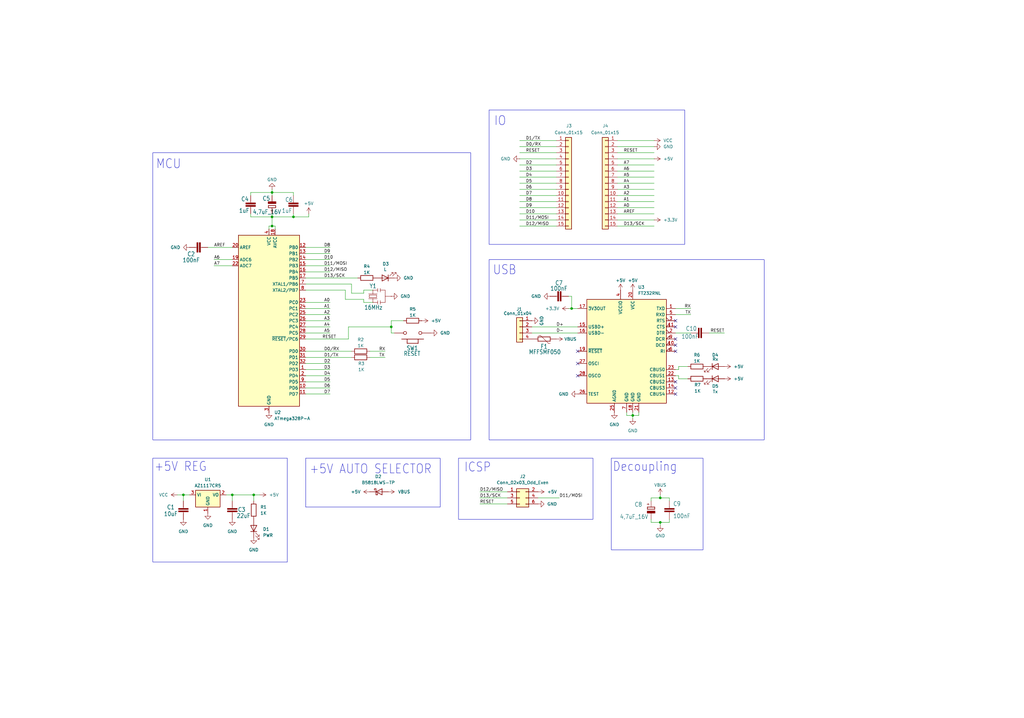
<source format=kicad_sch>
(kicad_sch (version 20231120) (generator "eeschema") (generator_version "8.0")
  (paper "User" 425.45 298.602)
  (lib_symbols
    (symbol "Connector_Generic:Conn_01x04" (pin_names (offset 1.016) hide)
      (property "Reference" "J" (at 0 5.08 0))
      (property "Value" "Conn_01x04" (at 0 -7.62 0))
      (symbol "Conn_01x04_1_1"
        (rectangle (start -1.27 -4.953) (end 0 -5.207) (stroke (width 0.1524)))
        (rectangle (start -1.27 -2.413) (end 0 -2.667) (stroke (width 0.1524)))
        (rectangle (start -1.27 0.127) (end 0 -0.127) (stroke (width 0.1524)))
        (rectangle (start -1.27 2.667) (end 0 2.413) (stroke (width 0.1524)))
        (rectangle (start -1.27 3.81) (end 1.27 -6.35) (stroke (width 0.254)) (fill (type background)))
        (pin passive line (at -5.08 2.54 0) (length 3.81) (name "Pin_1") (number "1"))
        (pin passive line (at -5.08 0 0) (length 3.81) (name "Pin_2") (number "2"))
        (pin passive line (at -5.08 -2.54 0) (length 3.81) (name "Pin_3") (number "3"))
        (pin passive line (at -5.08 -5.08 0) (length 3.81) (name "Pin_4") (number "4"))
      )
    )
    (symbol "Connector_Generic:Conn_01x15" (pin_names (offset 1.016) hide)
      (property "Reference" "J" (at 0 20.32 0))
      (property "Value" "Conn_01x15" (at 0 -20.32 0))
      (symbol "Conn_01x15_1_1"
        (rectangle (start -1.27 -17.653) (end 0 -17.907) (stroke (width 0.1524)))
        (rectangle (start -1.27 -15.113) (end 0 -15.367) (stroke (width 0.1524)))
        (rectangle (start -1.27 -12.573) (end 0 -12.827) (stroke (width 0.1524)))
        (rectangle (start -1.27 -10.033) (end 0 -10.287) (stroke (width 0.1524)))
        (rectangle (start -1.27 -7.493) (end 0 -7.747) (stroke (width 0.1524)))
        (rectangle (start -1.27 -4.953) (end 0 -5.207) (stroke (width 0.1524)))
        (rectangle (start -1.27 -2.413) (end 0 -2.667) (stroke (width 0.1524)))
        (rectangle (start -1.27 0.127) (end 0 -0.127) (stroke (width 0.1524)))
        (rectangle (start -1.27 2.667) (end 0 2.413) (stroke (width 0.1524)))
        (rectangle (start -1.27 5.207) (end 0 4.953) (stroke (width 0.1524)))
        (rectangle (start -1.27 7.747) (end 0 7.493) (stroke (width 0.1524)))
        (rectangle (start -1.27 10.287) (end 0 10.033) (stroke (width 0.1524)))
        (rectangle (start -1.27 12.827) (end 0 12.573) (stroke (width 0.1524)))
        (rectangle (start -1.27 15.367) (end 0 15.113) (stroke (width 0.1524)))
        (rectangle (start -1.27 17.907) (end 0 17.653) (stroke (width 0.1524)))
        (rectangle (start -1.27 19.05) (end 1.27 -19.05) (stroke (width 0.254)) (fill (type background)))
        (pin passive line (at -5.08 17.78 0) (length 3.81) (name "Pin_1") (number "1"))
        (pin passive line (at -5.08 -5.08 0) (length 3.81) (name "Pin_10") (number "10"))
        (pin passive line (at -5.08 -7.62 0) (length 3.81) (name "Pin_11") (number "11"))
        (pin passive line (at -5.08 -10.16 0) (length 3.81) (name "Pin_12") (number "12"))
        (pin passive line (at -5.08 -12.7 0) (length 3.81) (name "Pin_13") (number "13"))
        (pin passive line (at -5.08 -15.24 0) (length 3.81) (name "Pin_14") (number "14"))
        (pin passive line (at -5.08 -17.78 0) (length 3.81) (name "Pin_15") (number "15"))
        (pin passive line (at -5.08 15.24 0) (length 3.81) (name "Pin_2") (number "2"))
        (pin passive line (at -5.08 12.7 0) (length 3.81) (name "Pin_3") (number "3"))
        (pin passive line (at -5.08 10.16 0) (length 3.81) (name "Pin_4") (number "4"))
        (pin passive line (at -5.08 7.62 0) (length 3.81) (name "Pin_5") (number "5"))
        (pin passive line (at -5.08 5.08 0) (length 3.81) (name "Pin_6") (number "6"))
        (pin passive line (at -5.08 2.54 0) (length 3.81) (name "Pin_7") (number "7"))
        (pin passive line (at -5.08 0 0) (length 3.81) (name "Pin_8") (number "8"))
        (pin passive line (at -5.08 -2.54 0) (length 3.81) (name "Pin_9") (number "9"))
      )
    )
    (symbol "Connector_Generic:Conn_02x03_Odd_Even" (pin_names (offset 1.016) hide)
      (property "Reference" "J" (at 1.27 5.08 0))
      (property "Value" "Conn_02x03_Odd_Even" (at 1.27 -5.08 0))
      (symbol "Conn_02x03_Odd_Even_1_1"
        (rectangle (start -1.27 -2.413) (end 0 -2.667) (stroke (width 0.1524)))
        (rectangle (start -1.27 0.127) (end 0 -0.127) (stroke (width 0.1524)))
        (rectangle (start -1.27 2.667) (end 0 2.413) (stroke (width 0.1524)))
        (rectangle (start -1.27 3.81) (end 3.81 -3.81) (stroke (width 0.254)) (fill (type background)))
        (rectangle (start 3.81 -2.413) (end 2.54 -2.667) (stroke (width 0.1524)))
        (rectangle (start 3.81 0.127) (end 2.54 -0.127) (stroke (width 0.1524)))
        (rectangle (start 3.81 2.667) (end 2.54 2.413) (stroke (width 0.1524)))
        (pin passive line (at -5.08 2.54 0) (length 3.81) (name "Pin_1") (number "1"))
        (pin passive line (at 7.62 2.54 180) (length 3.81) (name "Pin_2") (number "2"))
        (pin passive line (at -5.08 0 0) (length 3.81) (name "Pin_3") (number "3"))
        (pin passive line (at 7.62 0 180) (length 3.81) (name "Pin_4") (number "4"))
        (pin passive line (at -5.08 -2.54 0) (length 3.81) (name "Pin_5") (number "5"))
        (pin passive line (at 7.62 -2.54 180) (length 3.81) (name "Pin_6") (number "6"))
      )
    )
    (symbol "Device:D_Schottky" (pin_numbers hide) (pin_names (offset 1.016) hide)
      (property "Reference" "D" (at 0 2.54 0))
      (property "Value" "D_Schottky" (at 0 -2.54 0))
      (symbol "D_Schottky_0_1"
        (polyline (pts (xy 1.27 0) (xy -1.27 0)))
        (polyline (pts (xy 1.27 1.27) (xy 1.27 -1.27) (xy -1.27 0) (xy 1.27 1.27)) (stroke (width 0.254)))
        (polyline (pts (xy -1.905 0.635) (xy -1.905 1.27) (xy -1.27 1.27) (xy -1.27 -1.27) (xy -0.635 -1.27) (xy -0.635 -0.635)) (stroke (width 0.254)))
      )
      (symbol "D_Schottky_1_1"
        (pin passive line (at -3.81 0 0) (length 2.54) (name "K") (number "1"))
        (pin passive line (at 3.81 0 180) (length 2.54) (name "A") (number "2"))
      )
    )
    (symbol "Device:LED" (pin_numbers hide) (pin_names (offset 1.016) hide)
      (property "Reference" "D" (at 0 2.54 0))
      (property "Value" "LED" (at 0 -2.54 0))
      (symbol "LED_0_1"
        (polyline (pts (xy -1.27 -1.27) (xy -1.27 1.27)) (stroke (width 0.254)))
        (polyline (pts (xy -1.27 0) (xy 1.27 0)))
        (polyline (pts (xy 1.27 -1.27) (xy 1.27 1.27) (xy -1.27 0) (xy 1.27 -1.27)) (stroke (width 0.254)))
        (polyline (pts (xy -3.048 -0.762) (xy -4.572 -2.286) (xy -3.81 -2.286) (xy -4.572 -2.286) (xy -4.572 -1.524)))
        (polyline (pts (xy -1.778 -0.762) (xy -3.302 -2.286) (xy -2.54 -2.286) (xy -3.302 -2.286) (xy -3.302 -1.524)))
      )
      (symbol "LED_1_1"
        (pin passive line (at -3.81 0 0) (length 2.54) (name "K") (number "1"))
        (pin passive line (at 3.81 0 180) (length 2.54) (name "A") (number "2"))
      )
    )
    (symbol "Device:R" (pin_numbers hide) (pin_names (offset 0))
      (property "Reference" "R" (at 2.032 0 90))
      (property "Value" "R" (at 0 0 90))
      (symbol "R_0_1"
        (rectangle (start -1.016 -2.54) (end 1.016 2.54) (stroke (width 0.254)))
      )
      (symbol "R_1_1"
        (pin passive line (at 0 3.81 270) (length 1.27) (name "~") (number "1"))
        (pin passive line (at 0 -3.81 90) (length 1.27) (name "~") (number "2"))
      )
    )
    (symbol "Interface_USB:FT232RL"
      (property "Reference" "U" (at -16.51 22.86 0))
      (property "Value" "FT232RL" (at 10.16 22.86 0))
      (symbol "FT232RL_0_1"
        (rectangle (start -16.51 21.59) (end 16.51 -21.59) (stroke (width 0.254)) (fill (type background)))
      )
      (symbol "FT232RL_1_1"
        (pin output line (at 20.32 17.78 180) (length 3.81) (name "TXD") (number "1"))
        (pin input input_low (at 20.32 2.54 180) (length 3.81) (name "DCD") (number "10"))
        (pin input input_low (at 20.32 10.16 180) (length 3.81) (name "CTS") (number "11"))
        (pin bidirectional line (at 20.32 -17.78 180) (length 3.81) (name "CBUS4") (number "12"))
        (pin bidirectional line (at 20.32 -12.7 180) (length 3.81) (name "CBUS2") (number "13"))
        (pin bidirectional line (at 20.32 -15.24 180) (length 3.81) (name "CBUS3") (number "14"))
        (pin bidirectional line (at -20.32 10.16 0) (length 3.81) (name "USBD+") (number "15"))
        (pin bidirectional line (at -20.32 7.62 0) (length 3.81) (name "USBD-") (number "16"))
        (pin power_out line (at -20.32 17.78 0) (length 3.81) (name "3V3OUT") (number "17"))
        (pin power_in line (at 2.54 -25.4 90) (length 3.81) (name "GND") (number "18"))
        (pin input line (at -20.32 0 0) (length 3.81) (name "~{RESET}") (number "19"))
        (pin output output_low (at 20.32 7.62 180) (length 3.81) (name "DTR") (number "2"))
        (pin power_in line (at 2.54 25.4 270) (length 3.81) (name "VCC") (number "20"))
        (pin power_in line (at 5.08 -25.4 90) (length 3.81) (name "GND") (number "21"))
        (pin bidirectional line (at 20.32 -10.16 180) (length 3.81) (name "CBUS1") (number "22"))
        (pin bidirectional line (at 20.32 -7.62 180) (length 3.81) (name "CBUS0") (number "23"))
        (pin power_in line (at -5.08 -25.4 90) (length 3.81) (name "AGND") (number "25"))
        (pin input line (at -20.32 -17.78 0) (length 3.81) (name "TEST") (number "26"))
        (pin input line (at -20.32 -5.08 0) (length 3.81) (name "OSCI") (number "27"))
        (pin output line (at -20.32 -10.16 0) (length 3.81) (name "OSCO") (number "28"))
        (pin output output_low (at 20.32 12.7 180) (length 3.81) (name "RTS") (number "3"))
        (pin power_in line (at -2.54 25.4 270) (length 3.81) (name "VCCIO") (number "4"))
        (pin input line (at 20.32 15.24 180) (length 3.81) (name "RXD") (number "5"))
        (pin input input_low (at 20.32 0 180) (length 3.81) (name "RI") (number "6"))
        (pin power_in line (at 0 -25.4 90) (length 3.81) (name "GND") (number "7"))
        (pin input input_low (at 20.32 5.08 180) (length 3.81) (name "DCR") (number "9"))
      )
    )
    (symbol "MCU_Microchip_ATmega:ATmega328P-A"
      (property "Reference" "U" (at -12.7 36.83 0))
      (property "Value" "ATmega328P-A" (at 2.54 -36.83 0))
      (symbol "ATmega328P-A_0_1"
        (rectangle (start -12.7 -35.56) (end 12.7 35.56) (stroke (width 0.254)) (fill (type background)))
      )
      (symbol "ATmega328P-A_1_1"
        (pin bidirectional line (at 15.24 -20.32 180) (length 2.54) (name "PD3") (number "1"))
        (pin bidirectional line (at 15.24 -27.94 180) (length 2.54) (name "PD6") (number "10"))
        (pin bidirectional line (at 15.24 -30.48 180) (length 2.54) (name "PD7") (number "11"))
        (pin bidirectional line (at 15.24 30.48 180) (length 2.54) (name "PB0") (number "12"))
        (pin bidirectional line (at 15.24 27.94 180) (length 2.54) (name "PB1") (number "13"))
        (pin bidirectional line (at 15.24 25.4 180) (length 2.54) (name "PB2") (number "14"))
        (pin bidirectional line (at 15.24 22.86 180) (length 2.54) (name "PB3") (number "15"))
        (pin bidirectional line (at 15.24 20.32 180) (length 2.54) (name "PB4") (number "16"))
        (pin bidirectional line (at 15.24 17.78 180) (length 2.54) (name "PB5") (number "17"))
        (pin power_in line (at 2.54 38.1 270) (length 2.54) (name "AVCC") (number "18"))
        (pin input line (at -15.24 25.4 0) (length 2.54) (name "ADC6") (number "19"))
        (pin bidirectional line (at 15.24 -22.86 180) (length 2.54) (name "PD4") (number "2"))
        (pin passive line (at -15.24 30.48 0) (length 2.54) (name "AREF") (number "20"))
        (pin passive line (at 0 -38.1 90) (length 2.54) hide (name "GND") (number "21"))
        (pin input line (at -15.24 22.86 0) (length 2.54) (name "ADC7") (number "22"))
        (pin bidirectional line (at 15.24 7.62 180) (length 2.54) (name "PC0") (number "23"))
        (pin bidirectional line (at 15.24 5.08 180) (length 2.54) (name "PC1") (number "24"))
        (pin bidirectional line (at 15.24 2.54 180) (length 2.54) (name "PC2") (number "25"))
        (pin bidirectional line (at 15.24 0 180) (length 2.54) (name "PC3") (number "26"))
        (pin bidirectional line (at 15.24 -2.54 180) (length 2.54) (name "PC4") (number "27"))
        (pin bidirectional line (at 15.24 -5.08 180) (length 2.54) (name "PC5") (number "28"))
        (pin bidirectional line (at 15.24 -7.62 180) (length 2.54) (name "~{RESET}/PC6") (number "29"))
        (pin power_in line (at 0 -38.1 90) (length 2.54) (name "GND") (number "3"))
        (pin bidirectional line (at 15.24 -12.7 180) (length 2.54) (name "PD0") (number "30"))
        (pin bidirectional line (at 15.24 -15.24 180) (length 2.54) (name "PD1") (number "31"))
        (pin bidirectional line (at 15.24 -17.78 180) (length 2.54) (name "PD2") (number "32"))
        (pin power_in line (at 0 38.1 270) (length 2.54) (name "VCC") (number "4"))
        (pin passive line (at 0 -38.1 90) (length 2.54) hide (name "GND") (number "5"))
        (pin passive line (at 0 38.1 270) (length 2.54) hide (name "VCC") (number "6"))
        (pin bidirectional line (at 15.24 15.24 180) (length 2.54) (name "XTAL1/PB6") (number "7"))
        (pin bidirectional line (at 15.24 12.7 180) (length 2.54) (name "XTAL2/PB7") (number "8"))
        (pin bidirectional line (at 15.24 -25.4 180) (length 2.54) (name "PD5") (number "9"))
      )
    )
    (symbol "NanoV33-eagle-import:0006_1UF_0603/GRM188R61E105KA12D"
      (property "Reference" "C" (at 1.524 0.381 0))
      (symbol "0006_1UF_0603/GRM188R61E105KA12D_1_0"
        (rectangle (start -2.032 -2.032) (end 2.032 -1.524) (fill (type outline)))
        (rectangle (start -2.032 -1.016) (end 2.032 -0.508) (fill (type outline)))
        (polyline (pts (xy 0 -2.54) (xy 0 -2.032)) (stroke (width 0.1524)))
        (polyline (pts (xy 0 0) (xy 0 -0.508)) (stroke (width 0.1524)))
        (pin passive line (at 0 2.54 270) (length 2.54) (name "1") (number "1"))
        (pin passive line (at 0 -5.08 90) (length 2.54) (name "2") (number "2"))
      )
    )
    (symbol "NanoV33-eagle-import:0011_CSTCE16M0V53-R0"
      (property "Reference" "X" (at -5.08 4.572 0))
      (symbol "0011_CSTCE16M0V53-R0_1_0"
        (polyline (pts (xy -5.08 -2.54) (xy -3.048 -2.54)) (stroke (width 0.1524)))
        (polyline (pts (xy -5.08 0) (xy -7.62 0)) (stroke (width 0.1524)))
        (polyline (pts (xy -5.08 0) (xy -5.08 -2.54)) (stroke (width 0.1524)))
        (polyline (pts (xy -5.08 2.54) (xy -5.08 0)) (stroke (width 0.1524)))
        (polyline (pts (xy -3.048 -2.54) (xy -3.048 -3.302)) (stroke (width 0.1524)))
        (polyline (pts (xy -3.048 -1.778) (xy -3.048 -2.54)) (stroke (width 0.1524)))
        (polyline (pts (xy -3.048 2.54) (xy -5.08 2.54)) (stroke (width 0.1524)))
        (polyline (pts (xy -3.048 2.54) (xy -3.048 1.778)) (stroke (width 0.1524)))
        (polyline (pts (xy -3.048 3.302) (xy -3.048 2.54)) (stroke (width 0.1524)))
        (polyline (pts (xy -2.032 -1.778) (xy -2.032 -3.302)) (stroke (width 0.1524)))
        (polyline (pts (xy -2.032 3.302) (xy -2.032 1.778)) (stroke (width 0.1524)))
        (polyline (pts (xy -1.778 -1.016) (xy 0 -1.016)) (stroke (width 0.1524)))
        (polyline (pts (xy -1.778 1.016) (xy 0 1.016)) (stroke (width 0.1524)))
        (polyline (pts (xy -1.524 -0.508) (xy 1.524 -0.508)) (stroke (width 0.1524)))
        (polyline (pts (xy -1.524 0.508) (xy -1.524 -0.508)) (stroke (width 0.1524)))
        (polyline (pts (xy 0 -2.54) (xy -2.032 -2.54)) (stroke (width 0.1524)))
        (polyline (pts (xy 0 -1.016) (xy 0 -2.54)) (stroke (width 0.1524)))
        (polyline (pts (xy 0 -1.016) (xy 1.778 -1.016)) (stroke (width 0.1524)))
        (polyline (pts (xy 0 1.016) (xy 0 2.54)) (stroke (width 0.1524)))
        (polyline (pts (xy 0 1.016) (xy 1.778 1.016)) (stroke (width 0.1524)))
        (polyline (pts (xy 0 2.54) (xy -2.032 2.54)) (stroke (width 0.1524)))
        (polyline (pts (xy 1.524 -0.508) (xy 1.524 0.508)) (stroke (width 0.1524)))
        (polyline (pts (xy 1.524 0.508) (xy -1.524 0.508)) (stroke (width 0.1524)))
        (pin passive line (at 0 2.54 180) (length 0) (name "1") (number "1"))
        (pin passive line (at -7.62 0 0) (length 0) (name "2") (number "2"))
        (pin passive line (at 0 -2.54 180) (length 0) (name "3") (number "3"))
      )
    )
    (symbol "NanoV33-eagle-import:0015_100NF_0603"
      (property "Reference" "C" (at 1.524 0.381 0))
      (symbol "0015_100NF_0603_1_0"
        (rectangle (start -2.032 -2.032) (end 2.032 -1.524) (fill (type outline)))
        (rectangle (start -2.032 -1.016) (end 2.032 -0.508) (fill (type outline)))
        (polyline (pts (xy 0 -2.54) (xy 0 -2.032)) (stroke (width 0.1524)))
        (polyline (pts (xy 0 0) (xy 0 -0.508)) (stroke (width 0.1524)))
        (pin passive line (at 0 2.54 270) (length 2.54) (name "1") (number "1"))
        (pin passive line (at 0 -5.08 90) (length 2.54) (name "2") (number "2"))
      )
    )
    (symbol "NanoV33-eagle-import:0173_IT-1185AP1C-160G-G_T&R"
      (property "Reference" "PB" (at -8.636 4.826 0))
      (symbol "0173_IT-1185AP1C-160G-G_T&R_1_0"
        (polyline (pts (xy -4.572 2.54) (xy -2.286 2.54)) (stroke (width 0.254)))
        (polyline (pts (xy -2.286 2.54) (xy -2.286 4.318)) (stroke (width 0.254)))
        (polyline (pts (xy -2.286 2.54) (xy 2.286 2.54)) (stroke (width 0.254)))
        (polyline (pts (xy -2.286 4.318) (xy 2.286 4.318)) (stroke (width 0.254)))
        (polyline (pts (xy 2.286 2.54) (xy 4.572 2.54)) (stroke (width 0.254)))
        (polyline (pts (xy 2.286 4.318) (xy 2.286 2.54)) (stroke (width 0.254)))
        (pin passive inverted (at -7.62 0 0) (length 5.08) (name "1") (number "1"))
        (pin passive inverted (at 7.62 0 180) (length 5.08) (name "2") (number "2"))
      )
    )
    (symbol "NanoV33-eagle-import:0833_TAJA475MO16RNJ"
      (property "Reference" "C" (at 1.143 0.4826 0))
      (symbol "0833_TAJA475MO16RNJ_1_0"
        (rectangle (start -1.651 -2.54) (end 1.651 -1.651) (fill (type outline)))
        (polyline (pts (xy -1.524 -0.889) (xy 1.524 -0.889)) (stroke (width 0.254)))
        (polyline (pts (xy -1.524 0) (xy -1.524 -0.889)) (stroke (width 0.254)))
        (polyline (pts (xy -1.524 0) (xy 1.524 0)) (stroke (width 0.254)))
        (polyline (pts (xy 1.524 -0.889) (xy 1.524 0)) (stroke (width 0.254)))
        (text "+" (at -0.5842 0.4064 900) (effects (font (size 1.27 1.0795)) (justify left bottom)))
        (pin passive line (at 0 2.54 270) (length 2.54) (name "+") (number "1"))
        (pin passive line (at 0 -5.08 90) (length 2.54) (name "-") (number "2"))
      )
    )
    (symbol "NanoV33-eagle-import:PTC"
      (property "Reference" "F" (at 2.54 0.2286 0))
      (symbol "PTC_1_0"
        (polyline (pts (xy -1.778 -1.778) (xy -1.778 -2.54)) (stroke (width 0.1524)))
        (polyline (pts (xy -0.889 2.54) (xy -0.889 -2.54)) (stroke (width 0.254)))
        (polyline (pts (xy 0.889 -2.54) (xy -0.889 -2.54)) (stroke (width 0.254)))
        (polyline (pts (xy 0.889 -2.54) (xy 0.889 2.54)) (stroke (width 0.254)))
        (polyline (pts (xy 0.889 2.54) (xy -0.889 2.54)) (stroke (width 0.254)))
        (polyline (pts (xy 1.524 1.524) (xy -1.778 -1.778)) (stroke (width 0.1524)))
        (polyline (pts (xy 1.524 2.286) (xy 1.524 1.524)) (stroke (width 0.1524)))
        (pin passive line (at 0 -5.08 90) (length 2.54) (name "1") (number "1"))
        (pin passive line (at 0 5.08 270) (length 2.54) (name "2") (number "2"))
      )
    )
    (symbol "Regulator_Linear:LM1117MP-5.0"
      (property "Reference" "U" (at -3.81 3.175 0))
      (property "Value" "LM1117MP-5.0" (at 0 3.175 0))
      (symbol "LM1117MP-5.0_0_1"
        (rectangle (start -5.08 -5.08) (end 5.08 1.905) (stroke (width 0.254)) (fill (type background)))
      )
      (symbol "LM1117MP-5.0_1_1"
        (pin power_in line (at 0 -7.62 90) (length 2.54) (name "GND") (number "1"))
        (pin power_out line (at 7.62 0 180) (length 2.54) (name "VO") (number "2"))
        (pin power_in line (at -7.62 0 0) (length 2.54) (name "VI") (number "3"))
      )
    )
    (symbol "power:+3.3V" (power) (pin_numbers hide) (pin_names (offset 0) hide)
      (property "Value" "+3.3V" (at 0 3.556 0))
      (symbol "+3.3V_0_1"
        (polyline (pts (xy -0.762 1.27) (xy 0 2.54)))
        (polyline (pts (xy 0 0) (xy 0 2.54)))
        (polyline (pts (xy 0 2.54) (xy 0.762 1.27)))
      )
      (symbol "+3.3V_1_1"
        (pin power_in line (at 0 0 90) (length 0) (name "~") (number "1"))
      )
    )
    (symbol "power:+5V" (power) (pin_numbers hide) (pin_names (offset 0) hide)
      (property "Value" "+5V" (at 0 3.556 0))
      (symbol "+5V_0_1"
        (polyline (pts (xy -0.762 1.27) (xy 0 2.54)))
        (polyline (pts (xy 0 0) (xy 0 2.54)))
        (polyline (pts (xy 0 2.54) (xy 0.762 1.27)))
      )
      (symbol "+5V_1_1"
        (pin power_in line (at 0 0 90) (length 0) (name "~") (number "1"))
      )
    )
    (symbol "power:GND" (power) (pin_numbers hide) (pin_names (offset 0) hide)
      (property "Value" "GND" (at 0 -3.81 0))
      (symbol "GND_0_1"
        (polyline (pts (xy 0 0) (xy 0 -1.27) (xy 1.27 -1.27) (xy 0 -2.54) (xy -1.27 -1.27) (xy 0 -1.27)))
      )
      (symbol "GND_1_1"
        (pin power_in line (at 0 0 270) (length 0) (name "~") (number "1"))
      )
    )
    (symbol "power:VBUS" (power) (pin_numbers hide) (pin_names (offset 0) hide)
      (property "Value" "VBUS" (at 0 3.556 0))
      (symbol "VBUS_0_1"
        (polyline (pts (xy -0.762 1.27) (xy 0 2.54)))
        (polyline (pts (xy 0 0) (xy 0 2.54)))
        (polyline (pts (xy 0 2.54) (xy 0.762 1.27)))
      )
      (symbol "VBUS_1_1"
        (pin power_in line (at 0 0 90) (length 0) (name "~") (number "1"))
      )
    )
    (symbol "power:VCC" (power) (pin_numbers hide) (pin_names (offset 0) hide)
      (property "Value" "VCC" (at 0 3.556 0))
      (symbol "VCC_0_1"
        (polyline (pts (xy -0.762 1.27) (xy 0 2.54)))
        (polyline (pts (xy 0 0) (xy 0 2.54)))
        (polyline (pts (xy 0 2.54) (xy 0.762 1.27)))
      )
      (symbol "VCC_1_1"
        (pin power_in line (at 0 0 90) (length 0) (name "~") (number "1"))
      )
    )
  )
  (junction (at 113.03 80.01))
  (junction (at 113.03 93.98))
  (junction (at 262.89 172.72))
  (junction (at 96.52 205.74))
  (junction (at 76.2 205.74))
  (junction (at 274.32 217.17))
  (junction (at 162.56 135.89))
  (junction (at 113.03 90.17))
  (junction (at 237.49 128.27))
  (junction (at 105.41 205.74))
  (junction (at 121.92 90.17))
  (junction (at 274.32 207.01))
  (no_connect (at 280.67 163.83))
  (no_connect (at 280.67 140.97))
  (no_connect (at 280.67 161.29))
  (no_connect (at 280.67 135.89))
  (no_connect (at 280.67 158.75))
  (no_connect (at 280.67 143.51))
  (no_connect (at 240.03 151.13))
  (no_connect (at 240.03 146.05))
  (no_connect (at 280.67 146.05))
  (no_connect (at 280.67 133.35))
  (no_connect (at 240.03 156.21))
  (wire (pts (xy 215.9 76.2) (xy 231.14 76.2)) (stroke (width 0.1524)))
  (wire (pts (xy 111.76 93.98) (xy 113.03 93.98)))
  (wire (pts (xy 162.56 133.35) (xy 167.64 133.35)))
  (wire (pts (xy 256.54 93.98) (xy 271.78 93.98)) (stroke (width 0.1524)))
  (wire (pts (xy 220.98 135.89) (xy 240.03 135.89)))
  (wire (pts (xy 215.9 58.42) (xy 231.14 58.42)) (stroke (width 0.1524)))
  (wire (pts (xy 127 125.73) (xy 137.16 125.73)) (stroke (width 0.1524)))
  (wire (pts (xy 256.54 86.36) (xy 271.78 86.36)) (stroke (width 0.1524)))
  (wire (pts (xy 300.99 138.43) (xy 294.64 138.43)))
  (wire (pts (xy 278.13 215.9) (xy 278.13 217.17)))
  (wire (pts (xy 128.27 88.9) (xy 128.27 90.17)))
  (wire (pts (xy 153.67 148.59) (xy 160.02 148.59)))
  (wire (pts (xy 271.78 58.42) (xy 256.54 58.42)) (stroke (width 0.1524)))
  (wire (pts (xy 111.76 95.25) (xy 111.76 93.98)))
  (wire (pts (xy 270.51 217.17) (xy 274.32 217.17)))
  (wire (pts (xy 154.94 120.65) (xy 151.13 120.65)))
  (wire (pts (xy 215.9 83.82) (xy 231.14 83.82)) (stroke (width 0.1524)))
  (wire (pts (xy 143.51 124.46) (xy 143.51 120.65)))
  (wire (pts (xy 281.94 152.4) (xy 281.94 153.67)))
  (wire (pts (xy 127 153.67) (xy 137.16 153.67)) (stroke (width 0.1524)))
  (wire (pts (xy 256.54 60.96) (xy 271.78 60.96)) (stroke (width 0.1524)))
  (wire (pts (xy 128.27 90.17) (xy 121.92 90.17)))
  (wire (pts (xy 93.98 205.74) (xy 96.52 205.74)))
  (wire (pts (xy 127 156.21) (xy 137.16 156.21)) (stroke (width 0.1524)))
  (wire (pts (xy 127 163.83) (xy 137.16 163.83)) (stroke (width 0.1524)))
  (wire (pts (xy 151.13 124.46) (xy 151.13 125.73)))
  (wire (pts (xy 146.05 118.11) (xy 146.05 121.92)))
  (wire (pts (xy 215.9 60.96) (xy 231.14 60.96)) (stroke (width 0.1524)))
  (wire (pts (xy 262.89 172.72) (xy 262.89 173.99)))
  (wire (pts (xy 107.95 205.74) (xy 105.41 205.74)) (stroke (width 0.1524)))
  (wire (pts (xy 262.89 171.45) (xy 262.89 172.72)))
  (wire (pts (xy 127 105.41) (xy 137.16 105.41)) (stroke (width 0.1524)))
  (wire (pts (xy 76.2 205.74) (xy 78.74 205.74)))
  (wire (pts (xy 274.32 207.01) (xy 278.13 207.01)) (stroke (width 0.1524)))
  (wire (pts (xy 144.78 135.89) (xy 162.56 135.89)) (stroke (width 0.1524)))
  (wire (pts (xy 127 115.57) (xy 140.97 115.57)) (stroke (width 0.1524)))
  (wire (pts (xy 127 128.27) (xy 137.16 128.27)) (stroke (width 0.1524)))
  (wire (pts (xy 76.2 208.28) (xy 76.2 205.74)))
  (wire (pts (xy 127 130.81) (xy 137.16 130.81)) (stroke (width 0.1524)))
  (wire (pts (xy 280.67 153.67) (xy 281.94 153.67)))
  (wire (pts (xy 127 148.59) (xy 146.05 148.59)))
  (wire (pts (xy 113.03 88.9) (xy 113.03 90.17)) (stroke (width 0.1524)))
  (wire (pts (xy 113.03 93.98) (xy 114.3 93.98)))
  (wire (pts (xy 271.78 81.28) (xy 256.54 81.28)) (stroke (width 0.1524)))
  (wire (pts (xy 274.32 217.17) (xy 274.32 218.44)))
  (wire (pts (xy 127 102.87) (xy 137.16 102.87)) (stroke (width 0.1524)))
  (wire (pts (xy 144.78 140.97) (xy 127 140.97)) (stroke (width 0.1524)))
  (wire (pts (xy 231.14 81.28) (xy 215.9 81.28)) (stroke (width 0.1524)))
  (wire (pts (xy 278.13 207.01) (xy 278.13 208.28)))
  (wire (pts (xy 215.9 71.12) (xy 231.14 71.12)) (stroke (width 0.1524)))
  (wire (pts (xy 86.36 102.87) (xy 96.52 102.87)))
  (wire (pts (xy 270.51 207.01) (xy 270.51 208.28)))
  (wire (pts (xy 270.51 215.9) (xy 270.51 217.17)))
  (wire (pts (xy 281.94 157.48) (xy 285.75 157.48)))
  (wire (pts (xy 140.97 115.57) (xy 148.59 115.57)))
  (wire (pts (xy 127 113.03) (xy 137.16 113.03)) (stroke (width 0.1524)))
  (wire (pts (xy 215.9 88.9) (xy 231.14 88.9)) (stroke (width 0.1524)))
  (wire (pts (xy 114.3 93.98) (xy 114.3 95.25)))
  (wire (pts (xy 88.9 107.95) (xy 96.52 107.95)))
  (wire (pts (xy 256.54 66.04) (xy 271.78 66.04)) (stroke (width 0.1524)))
  (wire (pts (xy 256.54 83.82) (xy 271.78 83.82)) (stroke (width 0.1524)))
  (wire (pts (xy 260.35 171.45) (xy 260.35 172.72)))
  (wire (pts (xy 215.9 93.98) (xy 231.14 93.98)) (stroke (width 0.1524)))
  (wire (pts (xy 215.9 68.58) (xy 231.14 68.58)) (stroke (width 0.1524)))
  (wire (pts (xy 265.43 172.72) (xy 262.89 172.72)))
  (wire (pts (xy 113.03 81.28) (xy 113.03 80.01)) (stroke (width 0.1524)))
  (wire (pts (xy 215.9 73.66) (xy 231.14 73.66)) (stroke (width 0.1524)))
  (wire (pts (xy 127 161.29) (xy 137.16 161.29)) (stroke (width 0.1524)))
  (wire (pts (xy 121.92 81.28) (xy 121.92 80.01)))
  (wire (pts (xy 270.51 207.01) (xy 274.32 207.01)) (stroke (width 0.1524)))
  (wire (pts (xy 236.22 128.27) (xy 237.49 128.27)))
  (wire (pts (xy 233.68 138.43) (xy 220.98 138.43)) (stroke (width 0.1524)))
  (wire (pts (xy 223.52 207.01) (xy 232.41 207.01)))
  (wire (pts (xy 260.35 172.72) (xy 262.89 172.72)))
  (wire (pts (xy 162.56 135.89) (xy 162.56 138.43)))
  (wire (pts (xy 162.56 138.43) (xy 163.83 138.43)))
  (wire (pts (xy 127 158.75) (xy 137.16 158.75)) (stroke (width 0.1524)))
  (wire (pts (xy 113.03 80.01) (xy 113.03 78.74)) (stroke (width 0.1524)))
  (wire (pts (xy 256.54 73.66) (xy 271.78 73.66)) (stroke (width 0.1524)))
  (wire (pts (xy 287.02 130.81) (xy 280.67 130.81)))
  (wire (pts (xy 281.94 157.48) (xy 281.94 156.21)))
  (wire (pts (xy 146.05 121.92) (xy 151.13 121.92)))
  (wire (pts (xy 287.02 128.27) (xy 280.67 128.27)))
  (wire (pts (xy 113.03 90.17) (xy 104.14 90.17)))
  (wire (pts (xy 154.94 125.73) (xy 151.13 125.73)))
  (wire (pts (xy 237.49 128.27) (xy 240.03 128.27)))
  (wire (pts (xy 121.92 80.01) (xy 113.03 80.01)))
  (wire (pts (xy 280.67 156.21) (xy 281.94 156.21)))
  (wire (pts (xy 144.78 140.97) (xy 144.78 135.89)) (stroke (width 0.1524)))
  (wire (pts (xy 96.52 208.28) (xy 96.52 205.74)) (stroke (width 0.1524)))
  (wire (pts (xy 105.41 205.74) (xy 105.41 208.28)))
  (wire (pts (xy 113.03 90.17) (xy 113.03 93.98)) (stroke (width 0.1524)))
  (wire (pts (xy 73.66 205.74) (xy 76.2 205.74)))
  (wire (pts (xy 127 138.43) (xy 137.16 138.43)) (stroke (width 0.1524)))
  (wire (pts (xy 265.43 171.45) (xy 265.43 172.72)))
  (wire (pts (xy 104.14 81.28) (xy 104.14 80.01)))
  (wire (pts (xy 256.54 91.44) (xy 271.78 91.44)) (stroke (width 0.1524)))
  (wire (pts (xy 256.54 78.74) (xy 271.78 78.74)) (stroke (width 0.1524)))
  (wire (pts (xy 237.49 123.19) (xy 237.49 128.27)))
  (wire (pts (xy 256.54 76.2) (xy 271.78 76.2)) (stroke (width 0.1524)))
  (wire (pts (xy 215.9 91.44) (xy 231.14 91.44)) (stroke (width 0.1524)))
  (wire (pts (xy 274.32 217.17) (xy 278.13 217.17)))
  (wire (pts (xy 256.54 63.5) (xy 271.78 63.5)) (stroke (width 0.1524)))
  (wire (pts (xy 215.9 86.36) (xy 231.14 86.36)) (stroke (width 0.1524)))
  (wire (pts (xy 199.39 207.01) (xy 210.82 207.01)))
  (wire (pts (xy 121.92 88.9) (xy 121.92 90.17)))
  (wire (pts (xy 127 120.65) (xy 143.51 120.65)))
  (wire (pts (xy 153.67 146.05) (xy 160.02 146.05)))
  (wire (pts (xy 113.03 80.01) (xy 104.14 80.01)))
  (wire (pts (xy 127 133.35) (xy 137.16 133.35)) (stroke (width 0.1524)))
  (wire (pts (xy 256.54 71.12) (xy 271.78 71.12)) (stroke (width 0.1524)))
  (wire (pts (xy 199.39 204.47) (xy 210.82 204.47)))
  (wire (pts (xy 96.52 110.49) (xy 88.9 110.49)) (stroke (width 0.1524)))
  (wire (pts (xy 199.39 209.55) (xy 210.82 209.55)))
  (wire (pts (xy 215.9 66.04) (xy 231.14 66.04)) (stroke (width 0.1524)))
  (wire (pts (xy 287.02 138.43) (xy 280.67 138.43)))
  (wire (pts (xy 151.13 120.65) (xy 151.13 121.92)))
  (wire (pts (xy 281.94 152.4) (xy 285.75 152.4)))
  (wire (pts (xy 274.32 205.74) (xy 274.32 207.01)))
  (wire (pts (xy 104.14 88.9) (xy 104.14 90.17)))
  (wire (pts (xy 215.9 78.74) (xy 231.14 78.74)) (stroke (width 0.1524)))
  (wire (pts (xy 121.92 90.17) (xy 113.03 90.17)))
  (wire (pts (xy 127 151.13) (xy 137.16 151.13)) (stroke (width 0.1524)))
  (wire (pts (xy 127 146.05) (xy 146.05 146.05)))
  (wire (pts (xy 127 110.49) (xy 137.16 110.49)) (stroke (width 0.1524)))
  (wire (pts (xy 256.54 68.58) (xy 271.78 68.58)) (stroke (width 0.1524)))
  (wire (pts (xy 127 135.89) (xy 137.16 135.89)) (stroke (width 0.1524)))
  (wire (pts (xy 215.9 63.5) (xy 231.14 63.5)) (stroke (width 0.1524)))
  (wire (pts (xy 233.68 138.43) (xy 240.03 138.43)))
  (wire (pts (xy 162.56 133.35) (xy 162.56 135.89)))
  (wire (pts (xy 256.54 88.9) (xy 271.78 88.9)) (stroke (width 0.1524)))
  (wire (pts (xy 96.52 205.74) (xy 105.41 205.74)) (stroke (width 0.1524)))
  (wire (pts (xy 151.13 124.46) (xy 143.51 124.46)))
  (wire (pts (xy 127 118.11) (xy 146.05 118.11)))
  (wire (pts (xy 127 107.95) (xy 137.16 107.95)) (stroke (width 0.1524)))
  (wire (pts (xy 237.49 123.19) (xy 236.22 123.19)))
  (rectangle (start 190.5 190.5) (end 246.38 215.9))
  (rectangle (start 127 190.5) (end 182.88 210.82))
  (rectangle (start 203.2 45.72) (end 284.48 101.6))
  (rectangle (start 254 190.5) (end 292.1 228.6))
  (rectangle (start 63.5 63.5) (end 195.58 182.88))
  (rectangle (start 63.5 190.5) (end 119.38 233.68))
  (rectangle (start 203.2 107.95) (end 317.5 182.88))
  (text "MCU" (at 64.77 70.485 0) (effects (font (size 3.81 3.2385)) (justify left bottom)))
  (text "+5V AUTO SELECTOR" (at 128.524 197.358 0) (effects (font (size 3.81 3.2385)) (justify left bottom)))
  (text "USB" (at 204.724 114.554 0) (effects (font (size 3.81 3.2385)) (justify left bottom)))
  (text "Decoupling" (at 254.508 196.342 0) (effects (font (size 3.81 3.2385)) (justify left bottom)))
  (text "IO" (at 205.232 52.578 0) (effects (font (size 3.81 3.2385)) (justify left bottom)))
  (text "ICSP" (at 192.786 196.596 0) (effects (font (size 3.81 3.2385)) (justify left bottom)))
  (text "+5V REG" (at 64.008 196.342 0) (effects (font (size 3.81 3.2385)) (justify left bottom)))
  (label "D0/RX" (at 134.62 146.05 0) (effects (font (size 1.2446 1.2446))))
  (label "A4" (at 134.62 135.89 0) (effects (font (size 1.2446 1.2446))))
  (label "D+" (at 231.14 135.89 0))
  (label "A6" (at 88.9 107.95 0) (effects (font (size 1.2446 1.2446))))
  (label "A2" (at 259.08 81.28 0) (effects (font (size 1.2446 1.2446))))
  (label "D6" (at 218.44 78.74 0) (effects (font (size 1.2446 1.2446))))
  (label "D13/SCK" (at 199.39 207.01 0) (effects (font (size 1.2446 1.2446))))
  (label "D6" (at 134.62 161.29 0) (effects (font (size 1.2446 1.2446))))
  (label "AREF" (at 88.9 102.87 0) (effects (font (size 1.2446 1.2446))))
  (label "D4" (at 218.44 73.66 0) (effects (font (size 1.2446 1.2446))))
  (label "A0" (at 134.62 125.73 0) (effects (font (size 1.2446 1.2446))))
  (label "D12/MISO" (at 134.62 113.03 0) (effects (font (size 1.2446 1.2446))))
  (label "D10" (at 218.44 88.9 0) (effects (font (size 1.2446 1.2446))))
  (label "D2" (at 218.44 68.58 0) (effects (font (size 1.2446 1.2446))))
  (label "D2" (at 134.62 151.13 0) (effects (font (size 1.2446 1.2446))))
  (label "D13/SCK" (at 134.62 115.57 0) (effects (font (size 1.2446 1.2446))))
  (label "A1" (at 259.08 83.82 0) (effects (font (size 1.2446 1.2446))))
  (label "RESET" (at 139.7 140.97 180) (effects (font (size 1.2446 1.2446))))
  (label "A1" (at 134.62 128.27 0) (effects (font (size 1.2446 1.2446))))
  (label "TX" (at 287.02 130.81 180) (effects (font (size 1.2446 1.2446))))
  (label "A4" (at 259.08 76.2 0) (effects (font (size 1.2446 1.2446))))
  (label "RESET" (at 300.99 138.43 180) (effects (font (size 1.2446 1.2446))))
  (label "D12/MISO" (at 218.44 93.98 0) (effects (font (size 1.2446 1.2446))))
  (label "D11/MOSI" (at 232.41 207.01 0) (effects (font (size 1.2446 1.2446))))
  (label "A2" (at 134.62 130.81 0) (effects (font (size 1.2446 1.2446))))
  (label "D5" (at 134.62 158.75 0) (effects (font (size 1.2446 1.2446))))
  (label "RX" (at 157.48 146.05 0) (effects (font (size 1.2446 1.2446))))
  (label "RX" (at 287.02 128.27 180) (effects (font (size 1.2446 1.2446))))
  (label "D3" (at 134.62 153.67 0) (effects (font (size 1.2446 1.2446))))
  (label "A3" (at 259.08 78.74 0) (effects (font (size 1.2446 1.2446))))
  (label "D8" (at 134.62 102.87 0) (effects (font (size 1.2446 1.2446))))
  (label "D1/TX" (at 134.62 148.59 0) (effects (font (size 1.2446 1.2446))))
  (label "D-" (at 231.14 138.43 0))
  (label "D11/MOSI" (at 134.62 110.49 0) (effects (font (size 1.2446 1.2446))))
  (label "A0" (at 259.08 86.36 0) (effects (font (size 1.2446 1.2446))))
  (label "AREF" (at 259.08 88.9 0) (effects (font (size 1.2446 1.2446))))
  (label "D8" (at 218.44 83.82 0) (effects (font (size 1.2446 1.2446))))
  (label "D5" (at 218.44 76.2 0) (effects (font (size 1.2446 1.2446))))
  (label "D7" (at 218.44 81.28 0) (effects (font (size 1.2446 1.2446))))
  (label "A7" (at 88.9 110.49 0) (effects (font (size 1.2446 1.2446))))
  (label "D1/TX" (at 218.44 58.42 0) (effects (font (size 1.2446 1.2446))))
  (label "RESET" (at 259.08 63.5 0) (effects (font (size 1.2446 1.2446))))
  (label "D9" (at 134.62 105.41 0) (effects (font (size 1.2446 1.2446))))
  (label "D10" (at 134.62 107.95 0) (effects (font (size 1.2446 1.2446))))
  (label "A3" (at 134.62 133.35 0) (effects (font (size 1.2446 1.2446))))
  (label "D9" (at 218.44 86.36 0) (effects (font (size 1.2446 1.2446))))
  (label "A5" (at 259.08 73.66 0) (effects (font (size 1.2446 1.2446))))
  (label "D13/SCK" (at 259.08 93.98 0) (effects (font (size 1.2446 1.2446))))
  (label "A6" (at 259.08 71.12 0) (effects (font (size 1.2446 1.2446))))
  (label "D0/RX" (at 218.44 60.96 0) (effects (font (size 1.2446 1.2446))))
  (label "D7" (at 134.62 163.83 0) (effects (font (size 1.2446 1.2446))))
  (label "D3" (at 218.44 71.12 0) (effects (font (size 1.2446 1.2446))))
  (label "RESET" (at 199.39 209.55 0) (effects (font (size 1.2446 1.2446))))
  (label "A5" (at 134.62 138.43 0) (effects (font (size 1.2446 1.2446))))
  (label "RESET" (at 218.44 63.5 0) (effects (font (size 1.2446 1.2446))))
  (label "D11/MOSI" (at 218.44 91.44 0) (effects (font (size 1.2446 1.2446))))
  (label "TX" (at 157.48 148.59 0) (effects (font (size 1.2446 1.2446))))
  (label "D12/MISO" (at 199.39 204.47 0) (effects (font (size 1.2446 1.2446))))
  (label "D4" (at 134.62 156.21 0) (effects (font (size 1.2446 1.2446))))
  (label "A7" (at 259.08 68.58 0) (effects (font (size 1.2446 1.2446))))
  (symbol (lib_id "NanoV33-eagle-import:0833_TAJA475MO16RNJ") (at 113.03 86.36 180) (unit 1)
    (property "Reference" "C5" (at 112.268 81.534 0) (effects (font (size 1.778 1.5113)) (justify left bottom)))
    (property "Value" "4,7uF_16V" (at 116.84 87.122 0) (effects (font (size 1.778 1.5113)) (justify left bottom)))
    (property "Footprint" "Capacitor_SMD:C_0402_1005Metric" (effects (hide yes)))
  )
  (symbol (lib_id "power:GND") (at 262.89 173.99 0) (unit 1)
    (property "Reference" "#PWR028" (effects (hide yes)))
    (property "Value" "GND" (at 262.89 179.07 0))
    (property "Description" "Power symbol creates a global label with name \"GND\" , ground" (effects (hide yes)))
  )
  (symbol (lib_id "power:VBUS") (at 231.14 140.97 270) (unit 1)
    (property "Reference" "#PWR022" (effects (hide yes)))
    (property "Value" "VBUS" (at 236.982 140.97 90))
    (property "Description" "Power symbol creates a global label with name \"VBUS\"" (effects (hide yes)))
  )
  (symbol (lib_id "NanoV33-eagle-import:0833_TAJA475MO16RNJ") (at 270.51 210.82 0) (unit 1)
    (property "Reference" "C8" (at 266.827 208.7626 0) (effects (font (size 1.778 1.5113)) (justify right top)))
    (property "Value" "4,7uF_16V" (at 269.367 213.8426 0) (effects (font (size 1.778 1.5113)) (justify right top)))
    (property "Footprint" "Capacitor_SMD:C_0402_1005Metric" (effects (hide yes)))
  )
  (symbol (lib_id "power:GND") (at 179.07 138.43 90) (unit 1)
    (property "Reference" "#PWR016" (effects (hide yes)))
    (property "Value" "GND" (at 182.88 138.4301 90) (effects (justify right)))
    (property "Description" "Power symbol creates a global label with name \"GND\" , ground" (effects (hide yes)))
  )
  (symbol (lib_id "power:GND") (at 76.2 215.9 0) (unit 1)
    (property "Reference" "#PWR02" (effects (hide yes)))
    (property "Value" "GND" (at 76.2 220.98 0))
    (property "Description" "Power symbol creates a global label with name \"GND\" , ground" (effects (hide yes)))
  )
  (symbol (lib_id "Device:R") (at 289.56 157.48 90) (unit 1)
    (property "Reference" "R7" (at 289.814 160.02 90))
    (property "Value" "1K" (at 289.814 162.56 90))
    (property "Footprint" "Resistor_SMD:R_0402_1005Metric" (effects (hide yes)))
    (property "Description" "Resistor" (effects (hide yes)))
  )
  (symbol (lib_id "Device:R") (at 105.41 212.09 180) (unit 1)
    (property "Reference" "R1" (at 109.474 210.82 0))
    (property "Value" "1K" (at 109.474 213.36 0))
    (property "Footprint" "Resistor_SMD:R_0402_1005Metric" (effects (hide yes)))
    (property "Description" "Resistor" (effects (hide yes)))
  )
  (symbol (lib_id "power:GND") (at 163.83 115.57 90) (unit 1)
    (property "Reference" "#PWR014" (effects (hide yes)))
    (property "Value" "GND" (at 167.64 115.5699 90) (effects (justify right)))
    (property "Description" "Power symbol creates a global label with name \"GND\" , ground" (effects (hide yes)))
  )
  (symbol (lib_id "NanoV33-eagle-import:0015_100NF_0603") (at 278.13 210.82 0) (unit 1)
    (property "Reference" "C9" (at 279.654 210.439 0) (effects (font (size 1.778 1.5113)) (justify left bottom)))
    (property "Value" "100nF" (at 279.654 215.519 0) (effects (font (size 1.778 1.5113)) (justify left bottom)))
    (property "Footprint" "Capacitor_SMD:C_0402_1005Metric" (effects (hide yes)))
  )
  (symbol (lib_id "power:GND") (at 86.36 213.36 0) (unit 1)
    (property "Reference" "#PWR04" (effects (hide yes)))
    (property "Value" "GND" (at 86.36 218.44 0))
    (property "Description" "Power symbol creates a global label with name \"GND\" , ground" (effects (hide yes)))
  )
  (symbol (lib_id "Connector_Generic:Conn_01x15") (at 251.46 76.2 0) (mirror y) (unit 1)
    (property "Reference" "J4" (at 252.73 52.324 0) (effects (justify left)))
    (property "Value" "Conn_01x15" (at 257.302 55.118 0) (effects (justify left)))
    (property "Footprint" "Connector_PinHeader_2.54mm_Castellated:PinHeader_1x15_P2.54mm_Castellated" (effects (hide yes)))
    (property "Description" "Generic connector, single row, 01x15, script generated (kicad-library-utils/schlib/autogen/connector/)" (effects (hide yes)))
  )
  (symbol (lib_id "Device:R") (at 152.4 115.57 90) (unit 1)
    (property "Reference" "R4" (at 152.4 110.744 90))
    (property "Value" "1K" (at 152.4 113.284 90))
    (property "Footprint" "Resistor_SMD:R_0402_1005Metric" (effects (hide yes)))
    (property "Description" "Resistor" (effects (hide yes)))
  )
  (symbol (lib_id "Connector_Generic:Conn_01x04") (at 215.9 135.89 0) (mirror y) (unit 1)
    (property "Reference" "J1" (at 216.916 128.524 0) (effects (justify left)))
    (property "Value" "Conn_01x04" (at 220.98 130.302 0) (effects (justify left)))
    (property "Footprint" "Connector_PinHeader_2.54mm_Castellated:PinHeader_1x04_P2.54mm_Castellated" (effects (hide yes)))
    (property "Description" "Generic connector, single row, 01x04, script generated (kicad-library-utils/schlib/autogen/connector/)" (effects (hide yes)))
  )
  (symbol (lib_id "power:GND") (at 105.41 223.52 0) (unit 1)
    (property "Reference" "#PWR06" (effects (hide yes)))
    (property "Value" "GND" (at 105.41 228.6 0))
    (property "Description" "Power symbol creates a global label with name \"GND\" , ground" (effects (hide yes)))
  )
  (symbol (lib_id "NanoV33-eagle-import:PTC") (at 226.06 140.97 90) (unit 1)
    (property "Reference" "F1" (at 224.536 145.034 90) (effects (font (size 1.778 1.5113)) (justify right top)))
    (property "Value" "MFFSMF050" (at 219.71 147.32 90) (effects (font (size 1.778 1.5113)) (justify right top)))
    (property "Footprint" "Fuse:Fuse_0603_1608Metric" (effects (hide yes)))
  )
  (symbol (lib_id "NanoV33-eagle-import:0006_1UF_0603/GRM188R61E105KA12D") (at 121.92 86.36 180) (unit 1)
    (property "Reference" "C6" (at 121.666 82.042 0) (effects (font (size 1.778 1.5113)) (justify left bottom)))
    (property "Value" "1uF" (at 121.412 86.614 0) (effects (font (size 1.778 1.5113)) (justify left bottom)))
    (property "Footprint" "Capacitor_SMD:C_0402_1005Metric" (effects (hide yes)))
  )
  (symbol (lib_id "Device:LED") (at 105.41 219.71 90) (unit 1)
    (property "Reference" "D1" (at 109.22 220.0274 90) (effects (justify right)))
    (property "Value" "PWR" (at 109.22 222.5674 90) (effects (justify right)))
    (property "Footprint" "Diode_SMD:D_0402_1005Metric" (effects (hide yes)))
    (property "Description" "Green" (effects (hide yes)))
  )
  (symbol (lib_id "MCU_Microchip_ATmega:ATmega328P-A") (at 111.76 133.35 0) (unit 1)
    (property "Reference" "U2" (at 113.9541 171.45 0) (effects (justify left)))
    (property "Value" "ATmega328P-A" (at 113.9541 173.99 0) (effects (justify left)))
    (property "Footprint" "Package_QFP:TQFP-32_7x7mm_P0.8mm" (effects (hide yes)))
    (property "Datasheet" "http://ww1.microchip.com/downloads/en/DeviceDoc/ATmega328_P%20AVR%20MCU%20with%20picoPower%20Technology%20Data%20Sheet%2040001984A.pdf" (effects (hide yes)))
    (property "Description" "20MHz, 32kB Flash, 2kB SRAM, 1kB EEPROM, TQFP-32" (effects (hide yes)))
  )
  (symbol (lib_id "NanoV33-eagle-import:0173_IT-1185AP1C-160G-G_T&R") (at 171.45 138.43 180) (unit 1)
    (property "Reference" "SW1" (at 173.736 143.764 0) (effects (font (size 1.778 1.5113)) (justify left bottom)))
    (property "Value" "RESET" (at 174.752 146.05 0) (effects (font (size 1.778 1.5113)) (justify left bottom)))
    (property "Footprint" "Button_Switch_SMD:SW_Push_SPST_NO_Alps_SKRK" (effects (hide yes)))
  )
  (symbol (lib_id "power:VCC") (at 73.66 205.74 90) (unit 1)
    (property "Reference" "#PWR01" (effects (hide yes)))
    (property "Value" "VCC" (at 69.85 205.7399 90) (effects (justify left)))
    (property "Description" "Power symbol creates a global label with name \"VCC\"" (effects (hide yes)))
  )
  (symbol (lib_id "power:GND") (at 274.32 218.44 0) (unit 1)
    (property "Reference" "#PWR034" (effects (hide yes)))
    (property "Value" "GND" (at 274.32 222.758 0))
    (property "Description" "Power symbol creates a global label with name \"GND\" , ground" (effects (hide yes)))
  )
  (symbol (lib_id "Device:R") (at 289.56 152.4 90) (unit 1)
    (property "Reference" "R6" (at 289.56 147.574 90))
    (property "Value" "1K" (at 289.56 150.114 90))
    (property "Footprint" "Resistor_SMD:R_0402_1005Metric" (effects (hide yes)))
    (property "Description" "Resistor" (effects (hide yes)))
  )
  (symbol (lib_id "NanoV33-eagle-import:0015_100NF_0603") (at 292.1 138.43 270) (unit 1)
    (property "Reference" "C10" (at 289.56 135.636 90) (effects (font (size 1.778 1.5113)) (justify right top)))
    (property "Value" "100nF" (at 290.322 138.938 90) (effects (font (size 1.778 1.5113)) (justify right top)))
    (property "Footprint" "Capacitor_SMD:C_0402_1005Metric" (effects (hide yes)))
  )
  (symbol (lib_id "power:GND") (at 271.78 60.96 90) (unit 1)
    (property "Reference" "#PWR030" (effects (hide yes)))
    (property "Value" "GND" (at 275.59 60.9599 90) (effects (justify right)))
    (property "Description" "Power symbol creates a global label with name \"GND\" , ground" (effects (hide yes)))
  )
  (symbol (lib_id "Device:LED") (at 297.18 152.4 0) (unit 1)
    (property "Reference" "D4" (at 297.18 147.574 0))
    (property "Value" "Rx" (at 297.18 149.352 0))
    (property "Footprint" "Diode_SMD:D_0402_1005Metric" (effects (hide yes)))
    (property "Description" "Red" (effects (hide yes)))
  )
  (symbol (lib_id "Device:LED") (at 297.18 157.48 0) (unit 1)
    (property "Reference" "D5" (at 297.18 160.528 0))
    (property "Value" "Tx" (at 297.18 162.814 0))
    (property "Footprint" "Diode_SMD:D_0402_1005Metric" (effects (hide yes)))
    (property "Description" "Green" (effects (hide yes)))
  )
  (symbol (lib_id "power:GND") (at 220.98 133.35 90) (unit 1)
    (property "Reference" "#PWR018" (effects (hide yes)))
    (property "Value" "GND" (at 225.044 131.318 0) (effects (justify right)))
    (property "Description" "Power symbol creates a global label with name \"GND\" , ground" (effects (hide yes)))
  )
  (symbol (lib_id "power:+5V") (at 223.52 204.47 270) (unit 1)
    (property "Reference" "#PWR019" (effects (hide yes)))
    (property "Value" "+5V" (at 227.33 204.4699 90) (effects (justify left)))
    (property "Description" "Power symbol creates a global label with name \"+5V\"" (effects (hide yes)))
  )
  (symbol (lib_id "NanoV33-eagle-import:0006_1UF_0603/GRM188R61E105KA12D") (at 96.52 210.82 0) (unit 1)
    (property "Reference" "C3" (at 98.806 212.852 0) (effects (font (size 1.778 1.5113)) (justify left bottom)))
    (property "Value" "22uF" (at 98.298 215.392 0) (effects (font (size 1.778 1.5113)) (justify left bottom)))
    (property "Footprint" "Capacitor_SMD:C_0402_1005Metric" (effects (hide yes)))
  )
  (symbol (lib_id "power:GND") (at 78.74 102.87 270) (unit 1)
    (property "Reference" "#PWR03" (effects (hide yes)))
    (property "Value" "GND" (at 74.93 102.8699 90) (effects (justify right)))
    (property "Description" "Power symbol creates a global label with name \"GND\" , ground" (effects (hide yes)))
  )
  (symbol (lib_id "Connector_Generic:Conn_02x03_Odd_Even") (at 215.9 207.01 0) (unit 1)
    (property "Reference" "J2" (at 217.17 198.12 0))
    (property "Value" "Conn_02x03_Odd_Even" (at 217.17 200.66 0))
    (property "Footprint" "Connector_PinHeader_2.54mm:PinHeader_2x03_P2.54mm_Vertical" (effects (hide yes)))
    (property "Description" "Generic connector, double row, 02x03, odd/even pin numbering scheme (row 1 odd numbers, row 2 even numbers), script generated (kicad-library-utils/schlib/autogen/connector/)" (effects (hide yes)))
  )
  (symbol (lib_id "Device:R") (at 149.86 146.05 90) (unit 1)
    (property "Reference" "R2" (at 149.86 141.224 90))
    (property "Value" "1K" (at 149.86 143.764 90))
    (property "Footprint" "Resistor_SMD:R_0402_1005Metric" (effects (hide yes)))
    (property "Description" "Resistor" (effects (hide yes)))
  )
  (symbol (lib_id "Device:LED") (at 160.02 115.57 180) (unit 1)
    (property "Reference" "D3" (at 160.274 109.728 0))
    (property "Value" "L" (at 160.02 112.014 0))
    (property "Footprint" "Diode_SMD:D_0402_1005Metric" (effects (hide yes)))
    (property "Description" "Yellow" (effects (hide yes)))
  )
  (symbol (lib_id "power:GND") (at 111.76 171.45 0) (unit 1)
    (property "Reference" "#PWR08" (effects (hide yes)))
    (property "Value" "GND" (at 111.76 176.53 0))
    (property "Description" "Power symbol creates a global label with name \"GND\" , ground" (effects (hide yes)))
  )
  (symbol (lib_id "power:+5V") (at 128.27 88.9 0) (unit 1)
    (property "Reference" "#PWR010" (effects (hide yes)))
    (property "Value" "+5V" (at 128.27 84.582 0))
    (property "Description" "Power symbol creates a global label with name \"+5V\"" (effects (hide yes)))
  )
  (symbol (lib_id "Device:D_Schottky") (at 157.48 204.47 0) (unit 1)
    (property "Reference" "D2" (at 157.1625 198.12 0))
    (property "Value" "B5818LWS-TP" (at 157.1625 200.66 0))
    (property "Footprint" "Diode_SMD:D_SOD-323" (effects (hide yes)))
    (property "Description" "Schottky diode" (effects (hide yes)))
  )
  (symbol (lib_id "power:VBUS") (at 161.29 204.47 270) (unit 1)
    (property "Reference" "#PWR012" (effects (hide yes)))
    (property "Value" "VBUS" (at 167.894 204.47 90))
    (property "Description" "Power symbol creates a global label with name \"VBUS\"" (effects (hide yes)))
  )
  (symbol (lib_id "power:GND") (at 255.27 171.45 0) (unit 1)
    (property "Reference" "#PWR025" (effects (hide yes)))
    (property "Value" "GND" (at 255.27 176.53 0))
    (property "Description" "Power symbol creates a global label with name \"GND\" , ground" (effects (hide yes)))
  )
  (symbol (lib_id "power:+5V") (at 175.26 133.35 270) (unit 1)
    (property "Reference" "#PWR015" (effects (hide yes)))
    (property "Value" "+5V" (at 179.07 133.3501 90) (effects (justify left)))
    (property "Description" "Power symbol creates a global label with name \"+5V\"" (effects (hide yes)))
  )
  (symbol (lib_id "power:+3.3V") (at 271.78 91.44 270) (unit 1)
    (property "Reference" "#PWR032" (effects (hide yes)))
    (property "Value" "+3.3V" (at 275.59 91.4399 90) (effects (justify left)))
    (property "Description" "Power symbol creates a global label with name \"+3.3V\"" (effects (hide yes)))
  )
  (symbol (lib_id "Connector_Generic:Conn_01x15") (at 236.22 76.2 0) (unit 1)
    (property "Reference" "J3" (at 235.204 52.324 0) (effects (justify left)))
    (property "Value" "Conn_01x15" (at 230.378 55.118 0) (effects (justify left)))
    (property "Footprint" "Connector_PinHeader_2.54mm_Castellated:PinHeader_1x15_P2.54mm_Castellated" (effects (hide yes)))
    (property "Description" "Generic connector, single row, 01x15, script generated (kicad-library-utils/schlib/autogen/connector/)" (effects (hide yes)))
  )
  (symbol (lib_id "power:+3.3V") (at 236.22 128.27 90) (unit 1)
    (property "Reference" "#PWR023" (effects (hide yes)))
    (property "Value" "+3.3V" (at 232.41 128.2701 90) (effects (justify left)))
    (property "Description" "Power symbol creates a global label with name \"+3.3V\"" (effects (hide yes)))
  )
  (symbol (lib_id "power:GND") (at 228.6 123.19 270) (unit 1)
    (property "Reference" "#PWR021" (effects (hide yes)))
    (property "Value" "GND" (at 224.79 123.1901 90) (effects (justify right)))
    (property "Description" "Power symbol creates a global label with name \"GND\" , ground" (effects (hide yes)))
  )
  (symbol (lib_id "power:+5V") (at 300.99 157.48 270) (unit 1)
    (property "Reference" "#PWR036" (effects (hide yes)))
    (property "Value" "+5V" (at 304.8 157.4799 90) (effects (justify left)))
    (property "Description" "Power symbol creates a global label with name \"+5V\"" (effects (hide yes)))
  )
  (symbol (lib_id "NanoV33-eagle-import:0015_100NF_0603") (at 81.28 102.87 90) (unit 1)
    (property "Reference" "C2" (at 81.026 104.648 90) (effects (font (size 1.778 1.5113)) (justify left bottom)))
    (property "Value" "100nF" (at 83.058 107.188 90) (effects (font (size 1.778 1.5113)) (justify left bottom)))
    (property "Footprint" "Capacitor_SMD:C_0402_1005Metric" (effects (hide yes)))
  )
  (symbol (lib_id "power:GND") (at 215.9 66.04 270) (unit 1)
    (property "Reference" "#PWR017" (effects (hide yes)))
    (property "Value" "GND" (at 212.09 66.0399 90) (effects (justify right)))
    (property "Description" "Power symbol creates a global label with name \"GND\" , ground" (effects (hide yes)))
  )
  (symbol (lib_id "NanoV33-eagle-import:0011_CSTCE16M0V53-R0") (at 154.94 123.19 0) (mirror y) (unit 1)
    (property "Reference" "Y1" (at 156.464 119.888 0) (effects (font (size 1.778 1.5113)) (justify left bottom)))
    (property "Value" "16MHz" (at 159.004 128.778 0) (effects (font (size 1.778 1.5113)) (justify left bottom)))
    (property "Footprint" "Crystal:Resonator_SMD_Murata_CSTxExxV-3Pin_3.0x1.1mm" (effects (hide yes)))
    (property "Description" "CSTNE16M0V51Z000R0" (effects (hide yes)))
  )
  (symbol (lib_id "power:GND") (at 223.52 209.55 90) (unit 1)
    (property "Reference" "#PWR020" (effects (hide yes)))
    (property "Value" "GND" (at 227.33 209.5499 90) (effects (justify right)))
    (property "Description" "Power symbol creates a global label with name \"GND\" , ground" (effects (hide yes)))
  )
  (symbol (lib_id "Device:R") (at 171.45 133.35 90) (unit 1)
    (property "Reference" "R5" (at 171.45 128.524 90))
    (property "Value" "1K" (at 171.45 131.064 90))
    (property "Footprint" "Resistor_SMD:R_0402_1005Metric" (effects (hide yes)))
    (property "Description" "Resistor" (effects (hide yes)))
  )
  (symbol (lib_id "Regulator_Linear:LM1117MP-5.0") (at 86.36 205.74 0) (unit 1)
    (property "Reference" "U1" (at 86.36 199.39 0))
    (property "Value" "AZ1117CR5" (at 86.36 201.93 0))
    (property "Footprint" "Package_TO_SOT_SMD:SOT-89-3" (effects (hide yes)))
    (property "Datasheet" "https://www.mouser.de/datasheet/2/115/DIOD_S_A0007713706_1-2542909.pdf" (effects (hide yes)))
  )
  (symbol (lib_id "power:GND") (at 113.03 78.74 180) (unit 1)
    (property "Reference" "#PWR09" (effects (hide yes)))
    (property "Value" "GND" (at 113.03 74.676 0))
    (property "Description" "Power symbol creates a global label with name \"GND\" , ground" (effects (hide yes)))
  )
  (symbol (lib_id "power:+5V") (at 257.81 120.65 0) (unit 1)
    (property "Reference" "#PWR026" (effects (hide yes)))
    (property "Value" "+5V" (at 255.778 116.586 0) (effects (justify left)))
    (property "Description" "Power symbol creates a global label with name \"+5V\"" (effects (hide yes)))
  )
  (symbol (lib_id "NanoV33-eagle-import:0015_100NF_0603") (at 231.14 123.19 90) (unit 1)
    (property "Reference" "C7" (at 230.632 118.618 90) (effects (font (size 1.778 1.5113)) (justify right top)))
    (property "Value" "100nF" (at 228.6 120.904 90) (effects (font (size 1.778 1.5113)) (justify right top)))
    (property "Footprint" "Capacitor_SMD:C_0402_1005Metric" (effects (hide yes)))
  )
  (symbol (lib_id "power:+5V") (at 271.78 66.04 270) (unit 1)
    (property "Reference" "#PWR031" (effects (hide yes)))
    (property "Value" "+5V" (at 275.59 66.0399 90) (effects (justify left)))
    (property "Description" "Power symbol creates a global label with name \"+5V\"" (effects (hide yes)))
  )
  (symbol (lib_id "power:VCC") (at 271.78 58.42 270) (unit 1)
    (property "Reference" "#PWR029" (effects (hide yes)))
    (property "Value" "VCC" (at 275.59 58.4199 90) (effects (justify left)))
    (property "Description" "Power symbol creates a global label with name \"VCC\"" (effects (hide yes)))
  )
  (symbol (lib_id "Interface_USB:FT232RL") (at 260.35 146.05 0) (unit 1)
    (property "Reference" "U3" (at 265.0841 119.38 0) (effects (justify left)))
    (property "Value" "FT232RNL" (at 265.0841 121.92 0) (effects (justify left)))
    (property "Footprint" "Package_SO:SSOP-28_5.3x10.2mm_P0.65mm" (effects (hide yes)))
    (property "Datasheet" "https://www.ftdichip.com/Support/Documents/DataSheets/ICs/DS_FT232R.pdf" (effects (hide yes)))
    (property "Description" "USB to Serial Interface, SSOP-28" (effects (hide yes)))
  )
  (symbol (lib_id "power:+5V") (at 107.95 205.74 270) (unit 1)
    (property "Reference" "#PWR07" (effects (hide yes)))
    (property "Value" "+5V" (at 111.76 205.7399 90) (effects (justify left)))
    (property "Description" "Power symbol creates a global label with name \"+5V\"" (effects (hide yes)))
  )
  (symbol (lib_id "power:+5V") (at 300.99 152.4 270) (unit 1)
    (property "Reference" "#PWR035" (effects (hide yes)))
    (property "Value" "+5V" (at 304.8 152.3999 90) (effects (justify left)))
    (property "Description" "Power symbol creates a global label with name \"+5V\"" (effects (hide yes)))
  )
  (symbol (lib_id "Device:R") (at 149.86 148.59 90) (unit 1)
    (property "Reference" "R3" (at 150.114 151.13 90))
    (property "Value" "1K" (at 150.114 153.67 90))
    (property "Footprint" "Resistor_SMD:R_0402_1005Metric" (effects (hide yes)))
    (property "Description" "Resistor" (effects (hide yes)))
  )
  (symbol (lib_id "power:+5V") (at 153.67 204.47 90) (unit 1)
    (property "Reference" "#PWR011" (effects (hide yes)))
    (property "Value" "+5V" (at 149.86 204.4699 90) (effects (justify left)))
    (property "Description" "Power symbol creates a global label with name \"+5V\"" (effects (hide yes)))
  )
  (symbol (lib_id "power:+5V") (at 262.89 120.65 0) (unit 1)
    (property "Reference" "#PWR027" (effects (hide yes)))
    (property "Value" "+5V" (at 260.858 116.586 0) (effects (justify left)))
    (property "Description" "Power symbol creates a global label with name \"+5V\"" (effects (hide yes)))
  )
  (symbol (lib_id "power:VBUS") (at 274.32 205.74 0) (unit 1)
    (property "Reference" "#PWR033" (effects (hide yes)))
    (property "Value" "VBUS" (at 274.32 201.676 0))
    (property "Description" "Power symbol creates a global label with name \"VBUS\"" (effects (hide yes)))
  )
  (symbol (lib_id "NanoV33-eagle-import:0006_1UF_0603/GRM188R61E105KA12D") (at 104.14 86.36 180) (unit 1)
    (property "Reference" "C4" (at 103.378 81.788 0) (effects (font (size 1.778 1.5113)) (justify left bottom)))
    (property "Value" "1uF" (at 103.632 86.614 0) (effects (font (size 1.778 1.5113)) (justify left bottom)))
    (property "Footprint" "Capacitor_SMD:C_0402_1005Metric" (effects (hide yes)))
  )
  (symbol (lib_id "power:GND") (at 96.52 215.9 0) (unit 1)
    (property "Reference" "#PWR05" (effects (hide yes)))
    (property "Value" "GND" (at 96.52 220.98 0))
    (property "Description" "Power symbol creates a global label with name \"GND\" , ground" (effects (hide yes)))
  )
  (symbol (lib_id "power:GND") (at 162.56 123.19 90) (unit 1)
    (property "Reference" "#PWR013" (effects (hide yes)))
    (property "Value" "GND" (at 166.37 123.1901 90) (effects (justify right)))
    (property "Description" "Power symbol creates a global label with name \"GND\" , ground" (effects (hide yes)))
  )
  (symbol (lib_id "NanoV33-eagle-import:0006_1UF_0603/GRM188R61E105KA12D") (at 76.2 210.82 0) (unit 1)
    (property "Reference" "C1" (at 69.342 211.836 0) (effects (font (size 1.778 1.5113)) (justify left bottom)))
    (property "Value" "10uF" (at 68.072 214.63 0) (effects (font (size 1.778 1.5113)) (justify left bottom)))
    (property "Footprint" "Capacitor_SMD:C_0402_1005Metric" (effects (hide yes)))
  )
  (symbol (lib_id "power:GND") (at 240.03 163.83 270) (unit 1)
    (property "Reference" "#PWR024" (effects (hide yes)))
    (property "Value" "GND" (at 236.22 163.8299 90) (effects (justify right)))
    (property "Description" "Power symbol creates a global label with name \"GND\" , ground" (effects (hide yes)))
  )
)
</source>
